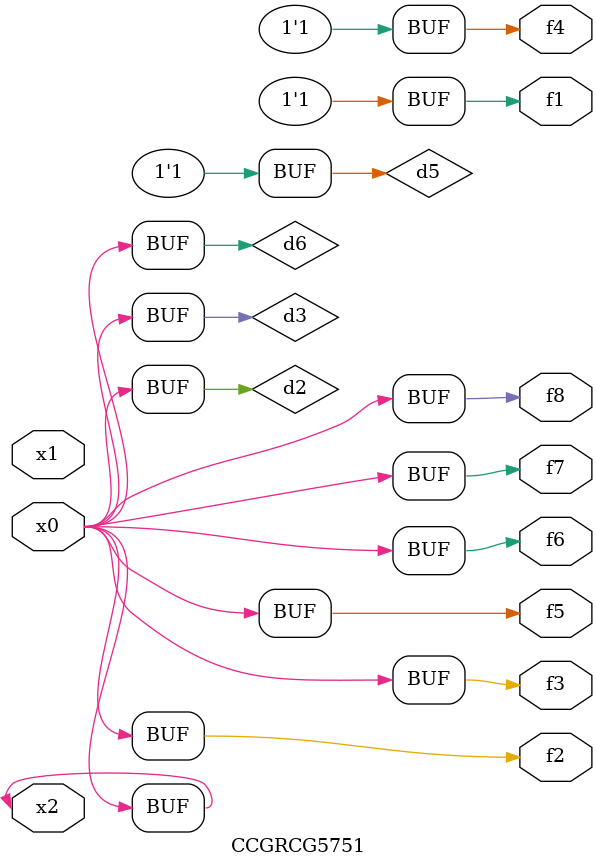
<source format=v>
module CCGRCG5751(
	input x0, x1, x2,
	output f1, f2, f3, f4, f5, f6, f7, f8
);

	wire d1, d2, d3, d4, d5, d6;

	xnor (d1, x2);
	buf (d2, x0, x2);
	and (d3, x0);
	xnor (d4, x1, x2);
	nand (d5, d1, d3);
	buf (d6, d2, d3);
	assign f1 = d5;
	assign f2 = d6;
	assign f3 = d6;
	assign f4 = d5;
	assign f5 = d6;
	assign f6 = d6;
	assign f7 = d6;
	assign f8 = d6;
endmodule

</source>
